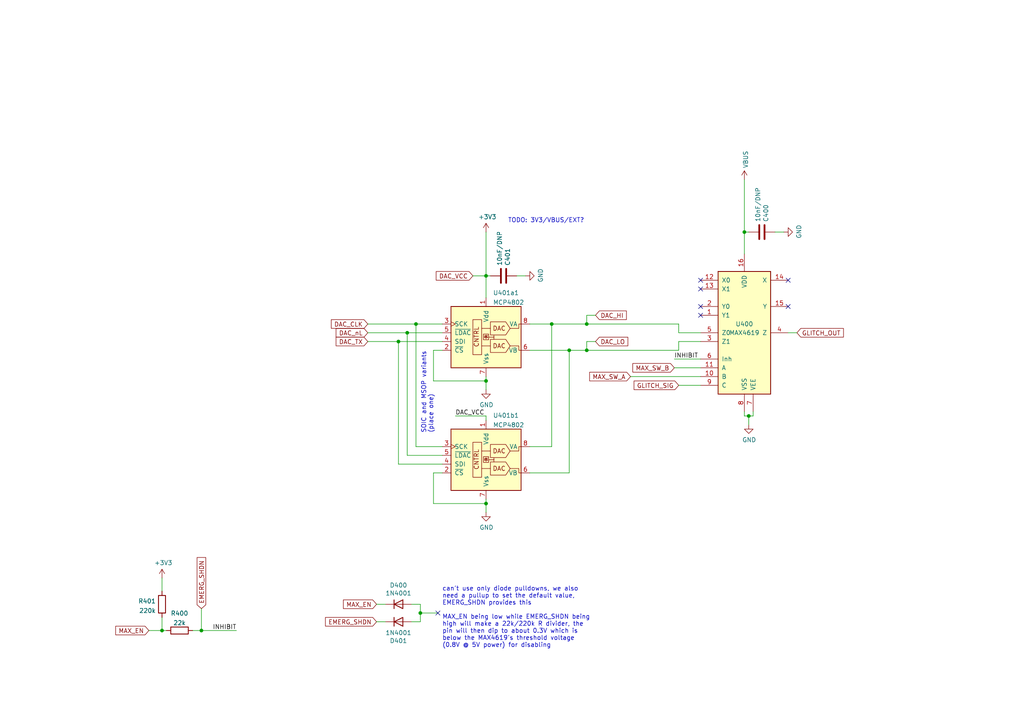
<source format=kicad_sch>
(kicad_sch (version 20211123) (generator eeschema)
  (paper "A4")
  (lib_symbols
    (symbol "4xxx:4053" (pin_names (offset 1.016))
      (property "Reference" "U" (at -7.62 19.05 0))
      (property "Value" "4053" (at -7.62 -19.05 0))
      (symbol "4053_1_0"
        (pin passive line (at -12.7 5.08 0) (length 5.08) (name "Y1") (number "1"))
        (pin input line (at -12.7 -12.7 0) (length 5.08) (name "B") (number "10"))
        (pin input line (at -12.7 -10.16 0) (length 5.08) (name "A") (number "11"))
        (pin passive line (at -12.7 15.24 0) (length 5.08) (name "X0") (number "12"))
        (pin passive line (at -12.7 12.7 0) (length 5.08) (name "X1") (number "13"))
        (pin passive line (at 12.7 15.24 180) (length 5.08) (name "X") (number "14"))
        (pin passive line (at 12.7 7.62 180) (length 5.08) (name "Y") (number "15"))
        (pin power_in line (at 0 22.86 270) (length 5.08) (name "VDD") (number "16"))
        (pin passive line (at -12.7 7.62 0) (length 5.08) (name "Y0") (number "2"))
        (pin passive line (at -12.7 -2.54 0) (length 5.08) (name "Z1") (number "3"))
        (pin passive line (at 12.7 0 180) (length 5.08) (name "Z") (number "4"))
        (pin passive line (at -12.7 0 0) (length 5.08) (name "Z0") (number "5"))
        (pin input line (at -12.7 -7.62 0) (length 5.08) (name "Inh") (number "6"))
        (pin power_in line (at 2.54 -22.86 90) (length 5.08) (name "VEE") (number "7"))
        (pin power_in line (at 0 -22.86 90) (length 5.08) (name "VSS") (number "8"))
        (pin input line (at -12.7 -15.24 0) (length 5.08) (name "C") (number "9"))
      )
      (symbol "4053_1_1"
        (rectangle (start -7.62 17.78) (end 7.62 -17.78) (stroke (width 0.254)) (fill (type background)))
      )
    )
    (symbol "Analog_DAC:MCP4802" (pin_names (offset 1.016))
      (property "Reference" "U" (at -2.54 10.795 0))
      (property "Value" "MCP4802" (at -2.54 8.89 0))
      (symbol "MCP4802_0_0"
        (polyline (pts (xy 0 -1.778) (xy 0 -0.635)))
        (polyline (pts (xy 0.381 -0.889) (xy 0.508 -0.762)))
        (polyline (pts (xy 2.286 -1.143) (xy 2.286 -1.905)))
        (polyline (pts (xy 0.381 -0.889) (xy -0.381 -0.889) (xy -0.508 -1.016)))
        (polyline (pts (xy 0.762 -1.27) (xy 2.286 -1.27) (xy 2.286 -0.762)))
        (polyline (pts (xy 0 -0.889) (xy 0.508 -1.397) (xy -0.508 -1.397) (xy 0 -0.889)))
        (polyline (pts (xy 6.985 -3.81) (xy 9.525 -3.81) (xy 9.525 -5.08) (xy 10.16 -5.08)))
        (polyline (pts (xy 6.985 1.27) (xy 9.525 1.27) (xy 9.525 2.54) (xy 10.16 2.54)))
        (rectangle (start 0.762 -0.381) (end -0.762 -2.032))
        (text "CNTRL" (at -2.032 -4.191 900) (effects (font (size 1.27 1.27)) (justify left bottom)))
        (text "DAC" (at 3.81 -3.81 0) (effects (font (size 1.27 1.27))))
        (text "DAC" (at 3.81 1.27 0) (effects (font (size 1.27 1.27))))
      )
      (symbol "MCP4802_0_1"
        (rectangle (start -10.16 7.62) (end 10.16 -10.16) (stroke (width 0.254)) (fill (type background)))
        (rectangle (start -1.27 -6.35) (end -3.81 3.81))
        (polyline (pts (xy 1.27 -3.81) (xy -1.27 -3.81)))
        (polyline (pts (xy 1.27 1.27) (xy -1.27 1.27)))
        (polyline (pts (xy 6.985 -3.81) (xy 5.715 -1.905) (xy 1.27 -1.905) (xy 1.27 -5.715) (xy 5.715 -5.715) (xy 6.985 -3.81)))
        (polyline (pts (xy 6.985 1.27) (xy 5.715 3.175) (xy 1.27 3.175) (xy 1.27 -0.635) (xy 5.715 -0.635) (xy 6.985 1.27)))
      )
      (symbol "MCP4802_1_1"
        (pin power_in line (at 0 10.16 270) (length 2.54) (name "Vdd") (number "1"))
        (pin input line (at -12.7 -5.08 0) (length 2.54) (name "~{CS}") (number "2"))
        (pin input clock (at -12.7 2.54 0) (length 2.54) (name "SCK") (number "3"))
        (pin input line (at -12.7 -2.54 0) (length 2.54) (name "SDI") (number "4"))
        (pin input line (at -12.7 0 0) (length 2.54) (name "~{LDAC}") (number "5"))
        (pin output line (at 12.7 -5.08 180) (length 2.54) (name "VB") (number "6"))
        (pin power_in line (at 0 -12.7 90) (length 2.54) (name "Vss") (number "7"))
        (pin output line (at 12.7 2.54 180) (length 2.54) (name "VA") (number "8"))
      )
    )
    (symbol "Device:C" (pin_numbers hide) (pin_names (offset 0.254))
      (property "Reference" "C" (at 0.635 2.54 0))
      (property "Value" "C" (at 0.635 -2.54 0))
      (symbol "C_0_1"
        (polyline (pts (xy -2.032 -0.762) (xy 2.032 -0.762)) (stroke (width 0.508)))
        (polyline (pts (xy -2.032 0.762) (xy 2.032 0.762)) (stroke (width 0.508)))
      )
      (symbol "C_1_1"
        (pin passive line (at 0 3.81 270) (length 2.794) (name "~") (number "1"))
        (pin passive line (at 0 -3.81 90) (length 2.794) (name "~") (number "2"))
      )
    )
    (symbol "Device:D" (pin_numbers hide) (pin_names (offset 1.016) hide)
      (property "Reference" "D" (at 0 2.54 0))
      (property "Value" "D" (at 0 -2.54 0))
      (symbol "D_0_1"
        (polyline (pts (xy -1.27 1.27) (xy -1.27 -1.27)) (stroke (width 0.254)))
        (polyline (pts (xy 1.27 0) (xy -1.27 0)))
        (polyline (pts (xy 1.27 1.27) (xy 1.27 -1.27) (xy -1.27 0) (xy 1.27 1.27)) (stroke (width 0.254)))
      )
      (symbol "D_1_1"
        (pin passive line (at -3.81 0 0) (length 2.54) (name "K") (number "1"))
        (pin passive line (at 3.81 0 180) (length 2.54) (name "A") (number "2"))
      )
    )
    (symbol "Device:R" (pin_numbers hide) (pin_names (offset 0))
      (property "Reference" "R" (at 2.032 0 90))
      (property "Value" "R" (at 0 0 90))
      (symbol "R_0_1"
        (rectangle (start -1.016 -2.54) (end 1.016 2.54) (stroke (width 0.254)))
      )
      (symbol "R_1_1"
        (pin passive line (at 0 3.81 270) (length 1.27) (name "~") (number "1"))
        (pin passive line (at 0 -3.81 90) (length 1.27) (name "~") (number "2"))
      )
    )
    (symbol "power:+3V3" (power) (pin_names (offset 0))
      (property "Value" "+3V3" (at 0 3.556 0))
      (symbol "+3V3_0_1"
        (polyline (pts (xy -0.762 1.27) (xy 0 2.54)))
        (polyline (pts (xy 0 0) (xy 0 2.54)))
        (polyline (pts (xy 0 2.54) (xy 0.762 1.27)))
      )
      (symbol "+3V3_1_1"
        (pin power_in line (at 0 0 90) (length 0) hide (name "+3V3") (number "1"))
      )
    )
    (symbol "power:GND" (power) (pin_names (offset 0))
      (property "Value" "GND" (at 0 -3.81 0))
      (symbol "GND_0_1"
        (polyline (pts (xy 0 0) (xy 0 -1.27) (xy 1.27 -1.27) (xy 0 -2.54) (xy -1.27 -1.27) (xy 0 -1.27)))
      )
      (symbol "GND_1_1"
        (pin power_in line (at 0 0 270) (length 0) hide (name "GND") (number "1"))
      )
    )
    (symbol "power:VBUS" (power) (pin_names (offset 0))
      (property "Value" "VBUS" (at 0 3.81 0))
      (symbol "VBUS_0_1"
        (polyline (pts (xy -0.762 1.27) (xy 0 2.54)))
        (polyline (pts (xy 0 0) (xy 0 2.54)))
        (polyline (pts (xy 0 2.54) (xy 0.762 1.27)))
      )
      (symbol "VBUS_1_1"
        (pin power_in line (at 0 0 90) (length 0) hide (name "VBUS") (number "1"))
      )
    )
  )
  (junction (at 140.97 146.05))
  (junction (at 215.9 67.31))
  (junction (at 170.18 101.6))
  (junction (at 121.92 177.8))
  (junction (at 58.42 182.88))
  (junction (at 120.65 93.98))
  (junction (at 170.18 93.98))
  (junction (at 46.99 182.88))
  (junction (at 217.17 120.65))
  (junction (at 115.57 99.06))
  (junction (at 165.1 101.6))
  (junction (at 118.11 96.52))
  (junction (at 140.97 110.49))
  (junction (at 140.97 80.01))
  (junction (at 160.02 93.98))
  (no_connect (at 203.2 81.28))
  (no_connect (at 203.2 83.82))
  (no_connect (at 228.6 88.9))
  (no_connect (at 228.6 81.28))
  (no_connect (at 203.2 88.9))
  (no_connect (at 203.2 91.44))
  (no_connect (at 127 177.8))
  (wire (pts (xy 120.65 93.98) (xy 128.27 93.98)))
  (wire (pts (xy 170.18 91.44) (xy 172.72 91.44)))
  (wire (pts (xy 160.02 93.98) (xy 160.02 129.54)))
  (wire (pts (xy 106.68 99.06) (xy 115.57 99.06)))
  (wire (pts (xy 195.58 106.68) (xy 203.2 106.68)))
  (wire (pts (xy 128.27 134.62) (xy 115.57 134.62)))
  (wire (pts (xy 111.76 175.26) (xy 109.22 175.26)))
  (wire (pts (xy 218.44 120.65) (xy 218.44 119.38)))
  (wire (pts (xy 153.67 101.6) (xy 165.1 101.6)))
  (wire (pts (xy 170.18 91.44) (xy 170.18 93.98)))
  (wire (pts (xy 140.97 109.22) (xy 140.97 110.49)))
  (wire (pts (xy 196.85 99.06) (xy 203.2 99.06)))
  (wire (pts (xy 115.57 99.06) (xy 115.57 134.62)))
  (wire (pts (xy 119.38 180.34) (xy 121.92 180.34)))
  (wire (pts (xy 125.73 146.05) (xy 140.97 146.05)))
  (wire (pts (xy 172.72 99.06) (xy 170.18 99.06)))
  (wire (pts (xy 43.18 182.88) (xy 46.99 182.88)))
  (wire (pts (xy 55.88 182.88) (xy 58.42 182.88)))
  (wire (pts (xy 58.42 182.88) (xy 68.58 182.88)))
  (wire (pts (xy 196.85 93.98) (xy 196.85 96.52)))
  (wire (pts (xy 217.17 120.65) (xy 218.44 120.65)))
  (wire (pts (xy 215.9 67.31) (xy 217.17 67.31)))
  (wire (pts (xy 160.02 93.98) (xy 170.18 93.98)))
  (wire (pts (xy 195.58 104.14) (xy 203.2 104.14)))
  (wire (pts (xy 196.85 96.52) (xy 203.2 96.52)))
  (wire (pts (xy 165.1 101.6) (xy 165.1 137.16)))
  (wire (pts (xy 196.85 111.76) (xy 203.2 111.76)))
  (wire (pts (xy 121.92 177.8) (xy 127 177.8)))
  (wire (pts (xy 224.79 67.31) (xy 227.33 67.31)))
  (wire (pts (xy 128.27 137.16) (xy 125.73 137.16)))
  (wire (pts (xy 149.86 80.01) (xy 152.4 80.01)))
  (wire (pts (xy 153.67 137.16) (xy 165.1 137.16)))
  (wire (pts (xy 132.08 120.65) (xy 140.97 120.65)))
  (wire (pts (xy 128.27 101.6) (xy 125.73 101.6)))
  (wire (pts (xy 182.88 109.22) (xy 203.2 109.22)))
  (wire (pts (xy 125.73 137.16) (xy 125.73 146.05)))
  (wire (pts (xy 106.68 93.98) (xy 120.65 93.98)))
  (wire (pts (xy 215.9 120.65) (xy 217.17 120.65)))
  (wire (pts (xy 140.97 120.65) (xy 140.97 121.92)))
  (wire (pts (xy 137.16 80.01) (xy 140.97 80.01)))
  (wire (pts (xy 170.18 101.6) (xy 196.85 101.6)))
  (wire (pts (xy 109.22 180.34) (xy 111.76 180.34)))
  (wire (pts (xy 128.27 129.54) (xy 120.65 129.54)))
  (wire (pts (xy 170.18 93.98) (xy 196.85 93.98)))
  (wire (pts (xy 58.42 176.53) (xy 58.42 182.88)))
  (wire (pts (xy 118.11 96.52) (xy 118.11 132.08)))
  (wire (pts (xy 215.9 120.65) (xy 215.9 119.38)))
  (wire (pts (xy 215.9 67.31) (xy 215.9 52.07)))
  (wire (pts (xy 153.67 93.98) (xy 160.02 93.98)))
  (wire (pts (xy 119.38 175.26) (xy 121.92 175.26)))
  (wire (pts (xy 118.11 96.52) (xy 128.27 96.52)))
  (wire (pts (xy 196.85 101.6) (xy 196.85 99.06)))
  (wire (pts (xy 153.67 129.54) (xy 160.02 129.54)))
  (wire (pts (xy 140.97 146.05) (xy 140.97 148.59)))
  (wire (pts (xy 231.14 96.52) (xy 228.6 96.52)))
  (wire (pts (xy 165.1 101.6) (xy 170.18 101.6)))
  (wire (pts (xy 140.97 144.78) (xy 140.97 146.05)))
  (wire (pts (xy 46.99 167.64) (xy 46.99 171.45)))
  (wire (pts (xy 217.17 120.65) (xy 217.17 123.19)))
  (wire (pts (xy 121.92 175.26) (xy 121.92 177.8)))
  (wire (pts (xy 140.97 80.01) (xy 140.97 67.31)))
  (wire (pts (xy 121.92 177.8) (xy 121.92 180.34)))
  (wire (pts (xy 140.97 110.49) (xy 140.97 113.03)))
  (wire (pts (xy 125.73 101.6) (xy 125.73 110.49)))
  (wire (pts (xy 125.73 110.49) (xy 140.97 110.49)))
  (wire (pts (xy 140.97 80.01) (xy 142.24 80.01)))
  (wire (pts (xy 106.68 96.52) (xy 118.11 96.52)))
  (wire (pts (xy 140.97 80.01) (xy 140.97 86.36)))
  (wire (pts (xy 128.27 132.08) (xy 118.11 132.08)))
  (wire (pts (xy 215.9 67.31) (xy 215.9 73.66)))
  (wire (pts (xy 48.26 182.88) (xy 46.99 182.88)))
  (wire (pts (xy 46.99 179.07) (xy 46.99 182.88)))
  (wire (pts (xy 120.65 93.98) (xy 120.65 129.54)))
  (wire (pts (xy 115.57 99.06) (xy 128.27 99.06)))
  (wire (pts (xy 170.18 99.06) (xy 170.18 101.6)))
  (text "can't use only diode pulldowns, we also\nneed a pullup to set the default value,\nEMERG_SHDN provides this\n\nMAX_EN being low while EMERG_SHDN being\nhigh will make a 22k/220k R divider, the\npin will then dip to about 0.3V which is\nbelow the MAX4619's threshold voltage\n(0.8V @ 5V power) for disabling" (at 128.27 187.96 0) (effects (font (size 1.27 1.27)) (justify left bottom)))
  (text "TODO: 3V3/VBUS/EXT?" (at 147.32 64.77 0) (effects (font (size 1.27 1.27)) (justify left bottom)))
  (text "SOIC and MSOP variants\n(place one)" (at 125.73 125.73 90) (effects (font (size 1.27 1.27)) (justify left bottom)))
  (label "INHIBIT" (at 195.58 104.14 0))
  (label "DAC_VCC" (at 132.08 120.65 0))
  (label "INHIBIT" (at 68.58 182.88 180))
  (global_label "DAC_nL" (shape input) (at 106.68 96.52 180) (property "Intersheet References" "${INTERSHEET_REFS}" (effects hide)))
  (global_label "EMERG_SHDN" (shape input) (at 109.22 180.34 180) (property "Intersheet References" "${INTERSHEET_REFS}" (effects hide)))
  (global_label "DAC_HI" (shape input) (at 172.72 91.44 0) (property "Intersheet References" "${INTERSHEET_REFS}" (effects hide)))
  (global_label "MAX_EN" (shape input) (at 109.22 175.26 180) (property "Intersheet References" "${INTERSHEET_REFS}" (effects hide)))
  (global_label "DAC_VCC" (shape input) (at 137.16 80.01 180) (property "Intersheet References" "${INTERSHEET_REFS}" (effects hide)))
  (global_label "EMERG_SHDN" (shape input) (at 58.42 176.53 90) (property "Intersheet References" "${INTERSHEET_REFS}" (effects hide)))
  (global_label "MAX_EN" (shape input) (at 43.18 182.88 180) (property "Intersheet References" "${INTERSHEET_REFS}" (effects hide)))
  (global_label "MAX_SW_B" (shape input) (at 195.58 106.68 180) (property "Intersheet References" "${INTERSHEET_REFS}" (effects hide)))
  (global_label "DAC_LO" (shape input) (at 172.72 99.06 0) (property "Intersheet References" "${INTERSHEET_REFS}" (effects hide)))
  (global_label "GLITCH_SIG" (shape input) (at 196.85 111.76 180) (property "Intersheet References" "${INTERSHEET_REFS}" (effects hide)))
  (global_label "GLITCH_OUT" (shape input) (at 231.14 96.52 0) (property "Intersheet References" "${INTERSHEET_REFS}" (effects hide)))
  (global_label "DAC_CLK" (shape input) (at 106.68 93.98 180) (property "Intersheet References" "${INTERSHEET_REFS}" (effects hide)))
  (global_label "DAC_TX" (shape input) (at 106.68 99.06 180) (property "Intersheet References" "${INTERSHEET_REFS}" (effects hide)))
  (global_label "MAX_SW_A" (shape input) (at 182.88 109.22 180) (property "Intersheet References" "${INTERSHEET_REFS}" (effects hide)))
  (symbol (lib_id "power:VBUS") (at 215.9 52.07 0) (unit 1)
    (property "Reference" "#PWR0156" (effects hide))
    (property "Value" "VBUS" (at 216.281 48.8188 90) (effects (justify left)))
  )
  (symbol (lib_id "4xxx:4053") (at 215.9 96.52 0) (unit 1)
    (property "Reference" "U400" (at 215.9 93.98 0))
    (property "Value" "MAX4619" (at 215.9 96.52 0))
    (property "Footprint" "Package_SO:SO-16_3.9x9.9mm_P1.27mm" (effects hide))
    (property "Datasheet" "http://www.intersil.com/content/dam/Intersil/documents/cd40/cd4051bms-52bms-53bms.pdf" (effects hide))
  )
  (symbol (lib_id "power:GND") (at 217.17 123.19 0) (unit 1)
    (property "Reference" "#PWR0149" (effects hide))
    (property "Value" "GND" (at 217.297 127.5842 0))
  )
  (symbol (lib_id "Device:C") (at 146.05 80.01 270) (mirror x) (unit 1)
    (property "Reference" "C401" (at 147.2184 77.089 0) (effects (justify left)))
    (property "Value" "10nF/DNP" (at 144.907 77.089 0) (effects (justify left)))
    (property "Footprint" "Capacitor_SMD:C_0805_2012Metric_Pad1.18x1.45mm_HandSolder" (effects hide))
  )
  (symbol (lib_id "power:GND") (at 140.97 113.03 0) (unit 1)
    (property "Reference" "#PWR0146" (effects hide))
    (property "Value" "GND" (at 141.097 117.4242 0))
  )
  (symbol (lib_id "Device:C") (at 220.98 67.31 270) (mirror x) (unit 1)
    (property "Reference" "C400" (at 222.1484 64.389 0) (effects (justify left)))
    (property "Value" "10nF/DNP" (at 219.837 64.389 0) (effects (justify left)))
    (property "Footprint" "Capacitor_SMD:C_0805_2012Metric_Pad1.18x1.45mm_HandSolder" (effects hide))
  )
  (symbol (lib_id "power:+3V3") (at 140.97 67.31 0) (unit 1)
    (property "Reference" "#PWR0144" (effects hide))
    (property "Value" "+3V3" (at 141.351 62.9158 0))
  )
  (symbol (lib_id "power:GND") (at 152.4 80.01 90) (unit 1)
    (property "Reference" "#PWR0145" (effects hide))
    (property "Value" "GND" (at 156.7942 79.883 0))
  )
  (symbol (lib_id "power:GND") (at 140.97 148.59 0) (unit 1)
    (property "Reference" "#PWR0147" (effects hide))
    (property "Value" "GND" (at 141.097 152.9842 0))
  )
  (symbol (lib_id "Analog_DAC:MCP4802") (at 140.97 96.52 0) (unit 1)
    (property "Reference" "U401a1" (at 142.9894 84.9335 0) (effects (justify left)))
    (property "Value" "MCP4802" (at 142.9894 87.7086 0) (effects (justify left)))
    (property "Footprint" "Package_SO:SOIC-8_3.9x4.9mm_P1.27mm" (effects hide))
    (property "Datasheet" "http://ww1.microchip.com/downloads/en/DeviceDoc/20002249B.pdf" (effects hide))
  )
  (symbol (lib_id "Device:R") (at 52.07 182.88 90) (unit 1)
    (property "Reference" "R400" (at 52.07 177.8975 90))
    (property "Value" "22k" (at 52.07 180.6726 90))
    (property "Footprint" "Resistor_SMD:R_0805_2012Metric_Pad1.20x1.40mm_HandSolder" (effects hide))
  )
  (symbol (lib_id "Analog_DAC:MCP4802") (at 140.97 132.08 0) (unit 1) (in_bom no)
    (property "Reference" "U401b1" (at 142.9894 120.4935 0) (effects (justify left)))
    (property "Value" "MCP4802" (at 142.9894 123.2686 0) (effects (justify left)))
    (property "Footprint" "Package_SO:MSOP-8_3x3mm_P0.65mm" (effects hide))
    (property "Datasheet" "http://ww1.microchip.com/downloads/en/DeviceDoc/20002249B.pdf" (effects hide))
  )
  (symbol (lib_id "power:+3V3") (at 46.99 167.64 0) (unit 1)
    (property "Reference" "#PWR0161" (effects hide))
    (property "Value" "+3V3" (at 47.371 163.2458 0))
  )
  (symbol (lib_id "Device:R") (at 46.99 175.26 0) (mirror x) (unit 1)
    (property "Reference" "R401" (at 45.212 174.3515 0) (effects (justify right)))
    (property "Value" "220k" (at 45.212 177.1266 0) (effects (justify right)))
    (property "Footprint" "Resistor_SMD:R_0805_2012Metric_Pad1.20x1.40mm_HandSolder" (effects hide))
  )
  (symbol (lib_id "power:GND") (at 227.33 67.31 90) (unit 1)
    (property "Reference" "#PWR0160" (effects hide))
    (property "Value" "GND" (at 231.7242 67.183 0))
  )
  (symbol (lib_id "Device:D") (at 115.57 175.26 0) (unit 1) (in_bom no) (on_board no)
    (property "Reference" "D400" (at 115.57 169.7482 0))
    (property "Value" "1N4001" (at 115.57 172.0596 0))
    (property "Footprint" "Diode_SMD:D_SOD-123" (effects hide))
  )
  (symbol (lib_id "Device:D") (at 115.57 180.34 0) (mirror x) (unit 1) (in_bom no) (on_board no)
    (property "Reference" "D401" (at 115.57 185.8518 0))
    (property "Value" "1N4001" (at 115.57 183.5404 0))
    (property "Footprint" "Diode_SMD:D_SOD-123" (effects hide))
  )
)
</source>
